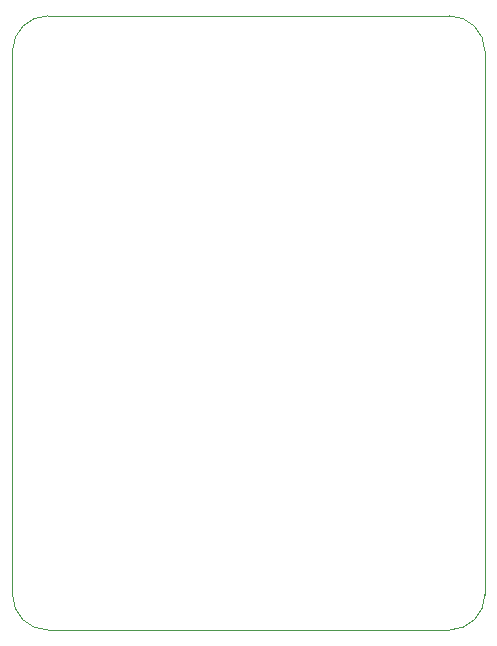
<source format=gbr>
%TF.GenerationSoftware,KiCad,Pcbnew,9.0.4*%
%TF.CreationDate,2025-09-20T18:39:02+03:00*%
%TF.ProjectId,HydraX-Meshtastic-PCB,48796472-6158-42d4-9d65-736874617374,2.1*%
%TF.SameCoordinates,Original*%
%TF.FileFunction,Profile,NP*%
%FSLAX46Y46*%
G04 Gerber Fmt 4.6, Leading zero omitted, Abs format (unit mm)*
G04 Created by KiCad (PCBNEW 9.0.4) date 2025-09-20 18:39:02*
%MOMM*%
%LPD*%
G01*
G04 APERTURE LIST*
%TA.AperFunction,Profile*%
%ADD10C,0.100000*%
%TD*%
G04 APERTURE END LIST*
D10*
X170500000Y-123680000D02*
G75*
G02*
X167500000Y-126680000I-3000000J0D01*
G01*
X133500000Y-126680000D02*
G75*
G02*
X130500000Y-123680000I0J3000000D01*
G01*
X167500000Y-126680000D02*
X133500000Y-126680000D01*
X130500000Y-123680000D02*
X130500000Y-77680000D01*
X130500000Y-77680000D02*
G75*
G02*
X133500000Y-74680000I3000000J0D01*
G01*
X167500000Y-74680000D02*
G75*
G02*
X170500000Y-77680000I0J-3000000D01*
G01*
X170500000Y-77680000D02*
X170500000Y-123680000D01*
X133500000Y-74680000D02*
X167500000Y-74680000D01*
M02*

</source>
